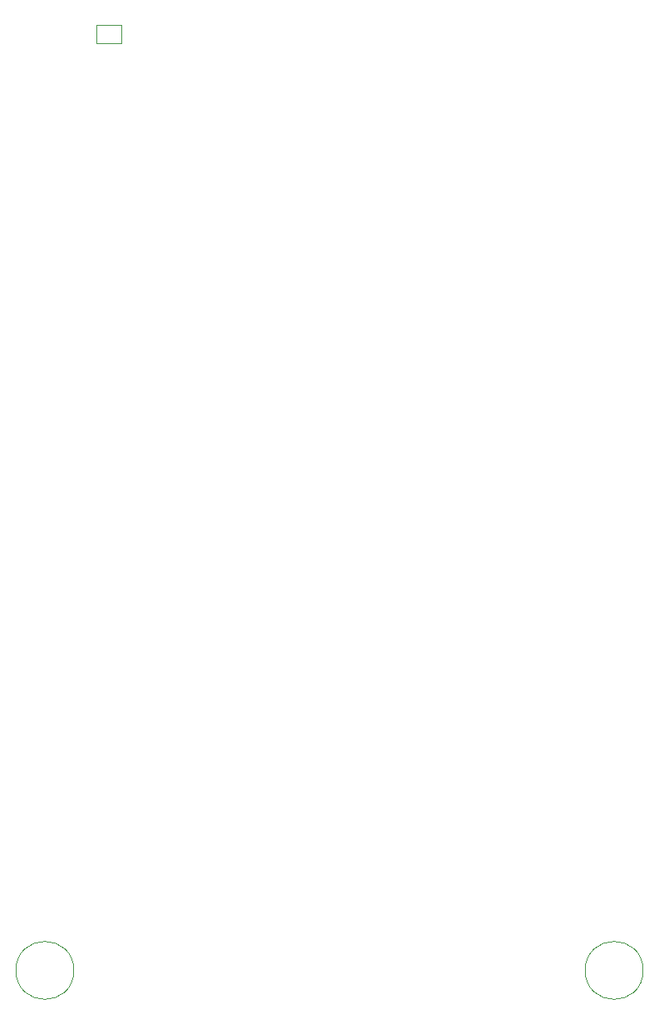
<source format=gbr>
%TF.GenerationSoftware,KiCad,Pcbnew,8.0.4*%
%TF.CreationDate,2024-08-09T22:29:50-04:00*%
%TF.ProjectId,beepy,62656570-792e-46b6-9963-61645f706362,rev?*%
%TF.SameCoordinates,Original*%
%TF.FileFunction,Other,User*%
%FSLAX46Y46*%
G04 Gerber Fmt 4.6, Leading zero omitted, Abs format (unit mm)*
G04 Created by KiCad (PCBNEW 8.0.4) date 2024-08-09 22:29:50*
%MOMM*%
%LPD*%
G01*
G04 APERTURE LIST*
%ADD10C,0.050000*%
%ADD11C,0.120000*%
G04 APERTURE END LIST*
D10*
%TO.C,H1*%
X65050000Y-140500000D02*
G75*
G02*
X59150000Y-140500000I-2950000J0D01*
G01*
X59150000Y-140500000D02*
G75*
G02*
X65050000Y-140500000I2950000J0D01*
G01*
D11*
%TO.C,D2*%
X67370000Y-44210000D02*
X69870000Y-44210000D01*
X67370000Y-46010000D02*
X67370000Y-44210000D01*
X69870000Y-44210000D02*
X69870000Y-45110000D01*
X69870000Y-45110000D02*
X69870000Y-46010000D01*
X69870000Y-46010000D02*
X67370000Y-46010000D01*
D10*
%TO.C,H2*%
X123050000Y-140500000D02*
G75*
G02*
X117150000Y-140500000I-2950000J0D01*
G01*
X117150000Y-140500000D02*
G75*
G02*
X123050000Y-140500000I2950000J0D01*
G01*
%TD*%
M02*

</source>
